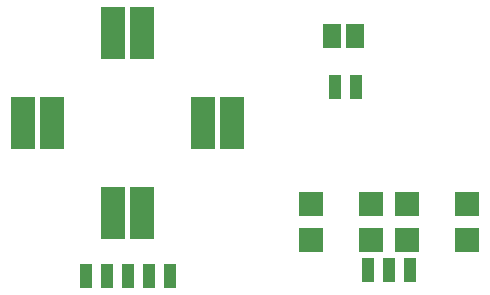
<source format=gbr>
G04 #@! TF.FileFunction,Paste,Top*
%FSLAX46Y46*%
G04 Gerber Fmt 4.6, Leading zero omitted, Abs format (unit mm)*
G04 Created by KiCad (PCBNEW 4.0.5+dfsg1-4) date Tue Aug 14 16:23:05 2018*
%MOMM*%
%LPD*%
G01*
G04 APERTURE LIST*
%ADD10C,0.100000*%
%ADD11R,1.000000X2.000000*%
%ADD12R,2.000000X4.500000*%
%ADD13R,1.600000X2.000000*%
%ADD14R,2.000000X2.000000*%
G04 APERTURE END LIST*
D10*
D11*
X125730000Y-131064000D03*
X123952000Y-131064000D03*
X122174000Y-131064000D03*
X127508000Y-131064000D03*
X129286000Y-131064000D03*
X149606000Y-130556000D03*
X147828000Y-130556000D03*
X146050000Y-130556000D03*
X145034000Y-115062000D03*
X143256000Y-115062000D03*
D12*
X132150000Y-118110000D03*
X134550000Y-118110000D03*
X119310000Y-118110000D03*
X116910000Y-118110000D03*
X124530000Y-125730000D03*
X126930000Y-125730000D03*
X126930000Y-110490000D03*
X124530000Y-110490000D03*
D13*
X143027400Y-110744000D03*
X145008600Y-110744000D03*
D14*
X141224000Y-124968000D03*
X141224000Y-128016000D03*
X146304000Y-128016000D03*
X146304000Y-124968000D03*
X154432000Y-124968000D03*
X154432000Y-128016000D03*
X149352000Y-128016000D03*
X149352000Y-124968000D03*
M02*

</source>
